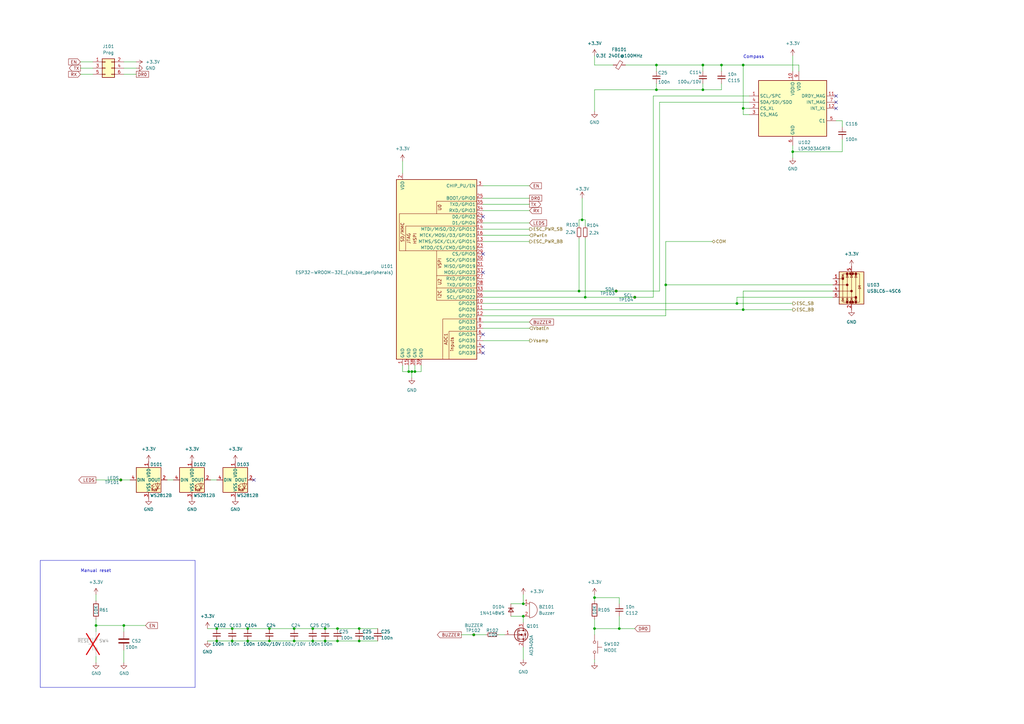
<source format=kicad_sch>
(kicad_sch (version 20241209) (generator "eeschema") (generator_version "9.0")
  (paper "A3")
  (lib_symbols
    (symbol "Airsupplies:ESP32-WROOM-32E_(visible_peripherals)"
      (property "Reference" "U" (at -12.7 40.64 0))
      (property "Value" "ESP32-WROOM-32E_(visible_peripherals)" (at -12.7 38.1 0))
      (symbol "ESP32-WROOM-32E_(visible_peripherals)_0_0"
        (text "SD/MMC" (at -13.97 15.24 900) (effects (font (size 1.27 1.27))))
        (text "inputs" (at 6.35 -33.655 900) (effects (font (size 1.27 1.27)) (justify left)))
        (pin no_connect line (at -19.05 3.81 0) (length 2.54) (hide yes) (name "NC") (number "17"))
        (pin no_connect line (at -19.05 1.27 0) (length 2.54) (hide yes) (name "NC") (number "18"))
        (pin no_connect line (at -19.05 -1.27 0) (length 2.54) (hide yes) (name "NC") (number "19"))
        (pin no_connect line (at -19.05 -3.81 0) (length 2.54) (hide yes) (name "NC") (number "20"))
        (pin no_connect line (at -19.05 -6.35 0) (length 2.54) (hide yes) (name "NC") (number "21"))
        (pin no_connect line (at -19.05 -8.89 0) (length 2.54) (hide yes) (name "NC") (number "22"))
        (pin power_in line (at -13.97 39.37 270) (length 2.54) (name "VDD") (number "2"))
        (pin power_in line (at -13.97 -39.37 90) (length 2.54) (name "GND") (number "1"))
        (pin input line (at 19.05 34.29 180) (length 2.54) (name "CHIP_PU/EN") (number "3"))
        (pin bidirectional line (at 19.05 29.21 180) (length 2.54) (name "BOOT/GPIO0") (number "25"))
        (pin bidirectional line (at 19.05 26.67 180) (length 2.54) (name "TXD/GPIO1") (number "35"))
        (pin bidirectional line (at 19.05 24.13 180) (length 2.54) (name "RXD/GPIO3") (number "34"))
        (pin bidirectional line (at 19.05 21.59 180) (length 2.54) (name "D0/GPIO2") (number "24"))
        (pin bidirectional line (at 19.05 19.05 180) (length 2.54) (name "D1/GPIO4") (number "26"))
        (pin bidirectional line (at 19.05 16.51 180) (length 2.54) (name "MTDI/MISO/D2/GPIO12") (number "14"))
        (pin bidirectional line (at 19.05 13.97 180) (length 2.54) (name "MTCK/MOSI/D3/GPIO13") (number "16"))
        (pin bidirectional line (at 19.05 11.43 180) (length 2.54) (name "MTMS/SCK/CLK/GPIO14") (number "13"))
        (pin bidirectional line (at 19.05 8.89 180) (length 2.54) (name "MTDO/CS/CMD/GPIO15") (number "23"))
        (pin bidirectional line (at 19.05 6.35 180) (length 2.54) (name "CS/GPIO5") (number "29"))
        (pin bidirectional line (at 19.05 3.81 180) (length 2.54) (name "SCK/GPIO18") (number "30"))
        (pin bidirectional line (at 19.05 1.27 180) (length 2.54) (name "MISO/GPIO19") (number "31"))
        (pin bidirectional line (at 19.05 -1.27 180) (length 2.54) (name "MOSI/GPIO23") (number "37"))
        (pin bidirectional line (at 19.05 -3.81 180) (length 2.54) (name "RXD/GPIO16") (number "27"))
        (pin bidirectional line (at 19.05 -6.35 180) (length 2.54) (name "TXD/GPIO17") (number "28"))
        (pin bidirectional line (at 19.05 -8.89 180) (length 2.54) (name "SDA/GPIO21") (number "33"))
        (pin bidirectional line (at 19.05 -11.43 180) (length 2.54) (name "SCL/GPIO22") (number "36"))
        (pin bidirectional line (at 19.05 -13.97 180) (length 2.54) (name "GPIO25") (number "10"))
        (pin bidirectional line (at 19.05 -16.51 180) (length 2.54) (name "GPIO26") (number "11"))
        (pin bidirectional line (at 19.05 -19.05 180) (length 2.54) (name "GPIO27") (number "12"))
        (pin bidirectional line (at 19.05 -21.59 180) (length 2.54) (name "GPIO32") (number "8"))
        (pin bidirectional line (at 19.05 -24.13 180) (length 2.54) (name "GPIO33") (number "9"))
        (pin input line (at 19.05 -26.67 180) (length 2.54) (name "GPIO34") (number "6"))
        (pin input line (at 19.05 -29.21 180) (length 2.54) (name "GPIO35") (number "7"))
        (pin input line (at 19.05 -31.75 180) (length 2.54) (name "GPIO36") (number "4"))
        (pin input line (at 19.05 -34.29 180) (length 2.54) (name "GPIO39") (number "5"))
      )
      (symbol "ESP32-WROOM-32E_(visible_peripherals)_0_1"
        (rectangle (start -16.51 36.83) (end 16.51 -36.83) (stroke (width 0.254)) (fill (type background)))
        (polyline (pts (xy 16.51 27.94) (xy 0 27.94) (xy 0 22.86)))
        (polyline (pts (xy 16.51 22.86) (xy -15.24 22.86) (xy -15.24 7.62) (xy 16.51 7.62)))
        (polyline (pts (xy 16.51 17.78) (xy -12.7 17.78) (xy -12.7 7.62)))
        (polyline (pts (xy 16.51 -2.54) (xy 0 -2.54)))
        (polyline (pts (xy 16.51 -7.62) (xy 0 -7.62)))
        (polyline (pts (xy 16.51 -12.7) (xy 0 -12.7) (xy 0 7.62)))
        (polyline (pts (xy 16.51 -20.32) (xy 2.54 -20.32) (xy 2.54 -36.83)))
        (polyline (pts (xy 16.51 -25.4) (xy 5.08 -25.4) (xy 5.08 -36.83)))
      )
      (symbol "ESP32-WROOM-32E_(visible_peripherals)_1_1"
        (text "JTAG" (at -11.43 12.7 900) (effects (font (size 1.27 1.27))))
        (text "HSPI" (at -8.89 12.7 900) (effects (font (size 1.27 1.27))))
        (text "U0" (at 1.27 25.4 900) (effects (font (size 1.27 1.27))))
        (text "VSPI" (at 1.27 2.54 900) (effects (font (size 1.27 1.27))))
        (text "U2" (at 1.27 -5.08 900) (effects (font (size 1.27 1.27))))
        (text "I2C" (at 1.27 -10.16 900) (effects (font (size 1.27 1.27))))
        (text "ADC1" (at 3.81 -28.575 900) (effects (font (size 1.27 1.27))))
        (pin no_connect line (at -19.05 -11.43 0) (length 2.54) (hide yes) (name "NC") (number "32"))
        (pin power_in line (at -11.43 -39.37 90) (length 2.54) (name "GND") (number "15"))
        (pin power_in line (at -8.89 -39.37 90) (length 2.54) (name "GND") (number "38"))
        (pin power_in line (at -6.35 -39.37 90) (length 2.54) (name "GND") (number "39"))
      )
    )
    (symbol "Connector:TestPoint_Small" (pin_numbers (hide yes)) (pin_names (offset 0.762) (hide yes))
      (property "Reference" "TP" (at 0 3.81 0))
      (property "Value" "TestPoint_Small" (at 0 2.032 0))
      (symbol "TestPoint_Small_0_1"
        (circle (center 0 0) (radius 0.508))
      )
      (symbol "TestPoint_Small_1_1"
        (pin passive line (at 0 0 90) (length 0) (name "1") (number "1"))
      )
    )
    (symbol "Connector_Generic:Conn_02x03_Odd_Even" (pin_names (offset 1.016) (hide yes))
      (property "Reference" "J" (at 1.27 5.08 0))
      (property "Value" "Conn_02x03_Odd_Even" (at 1.27 -5.08 0))
      (symbol "Conn_02x03_Odd_Even_1_1"
        (rectangle (start -1.27 3.81) (end 3.81 -3.81) (stroke (width 0.254)) (fill (type background)))
        (rectangle (start -1.27 2.667) (end 0 2.413) (stroke (width 0.1524)))
        (rectangle (start -1.27 0.127) (end 0 -0.127) (stroke (width 0.1524)))
        (rectangle (start -1.27 -2.413) (end 0 -2.667) (stroke (width 0.1524)))
        (rectangle (start 3.81 2.667) (end 2.54 2.413) (stroke (width 0.1524)))
        (rectangle (start 3.81 0.127) (end 2.54 -0.127) (stroke (width 0.1524)))
        (rectangle (start 3.81 -2.413) (end 2.54 -2.667) (stroke (width 0.1524)))
        (pin passive line (at -5.08 2.54 0) (length 3.81) (name "Pin_1") (number "1"))
        (pin passive line (at -5.08 0 0) (length 3.81) (name "Pin_3") (number "3"))
        (pin passive line (at -5.08 -2.54 0) (length 3.81) (name "Pin_5") (number "5"))
        (pin passive line (at 7.62 2.54 180) (length 3.81) (name "Pin_2") (number "2"))
        (pin passive line (at 7.62 0 180) (length 3.81) (name "Pin_4") (number "4"))
        (pin passive line (at 7.62 -2.54 180) (length 3.81) (name "Pin_6") (number "6"))
      )
    )
    (symbol "Device:Buzzer" (pin_names (offset 0.0254) (hide yes))
      (property "Reference" "BZ" (at 3.81 1.27 0))
      (property "Value" "Buzzer" (at 3.81 -1.27 0))
      (symbol "Buzzer_0_1"
        (polyline (pts (xy -1.651 1.905) (xy -1.143 1.905)))
        (polyline (pts (xy -1.397 2.159) (xy -1.397 1.651)))
        (arc (start 0 3.175) (mid 3.1612 0) (end 0 -3.175))
        (polyline (pts (xy 0 3.175) (xy 0 -3.175)))
      )
      (symbol "Buzzer_1_1"
        (pin passive line (at -2.54 2.54 0) (length 2.54) (name "+") (number "1"))
        (pin passive line (at -2.54 -2.54 0) (length 2.54) (name "-") (number "2"))
      )
    )
    (symbol "Device:C" (pin_numbers (hide yes)) (pin_names (offset 0.254))
      (property "Reference" "C" (at 0.635 2.54 0))
      (property "Value" "C" (at 0.635 -2.54 0))
      (symbol "C_0_1"
        (polyline (pts (xy -2.032 0.762) (xy 2.032 0.762)) (stroke (width 0.508)))
        (polyline (pts (xy -2.032 -0.762) (xy 2.032 -0.762)) (stroke (width 0.508)))
      )
      (symbol "C_1_1"
        (pin passive line (at 0 3.81 270) (length 2.794) (name "~") (number "1"))
        (pin passive line (at 0 -3.81 90) (length 2.794) (name "~") (number "2"))
      )
    )
    (symbol "Device:C_Small" (pin_numbers (hide yes)) (pin_names (offset 0.254) (hide yes))
      (property "Reference" "C" (at 0.254 1.778 0))
      (property "Value" "C_Small" (at 0.254 -2.032 0))
      (symbol "C_Small_0_1"
        (polyline (pts (xy -1.524 0.508) (xy 1.524 0.508)) (stroke (width 0.3048)))
        (polyline (pts (xy -1.524 -0.508) (xy 1.524 -0.508)) (stroke (width 0.3302)))
      )
      (symbol "C_Small_1_1"
        (pin passive line (at 0 2.54 270) (length 2.032) (name "~") (number "1"))
        (pin passive line (at 0 -2.54 90) (length 2.032) (name "~") (number "2"))
      )
    )
    (symbol "Device:D_Small" (pin_numbers (hide yes)) (pin_names (offset 0.254) (hide yes))
      (property "Reference" "D" (at -1.27 2.032 0))
      (property "Value" "D_Small" (at -3.81 -2.032 0))
      (symbol "D_Small_0_1"
        (polyline (pts (xy -0.762 0) (xy 0.762 0)))
        (polyline (pts (xy -0.762 -1.016) (xy -0.762 1.016)) (stroke (width 0.254)))
        (polyline (pts (xy 0.762 -1.016) (xy -0.762 0) (xy 0.762 1.016) (xy 0.762 -1.016)) (stroke (width 0.254)))
      )
      (symbol "D_Small_1_1"
        (pin passive line (at -2.54 0 0) (length 1.778) (name "K") (number "1"))
        (pin passive line (at 2.54 0 180) (length 1.778) (name "A") (number "2"))
      )
    )
    (symbol "Device:FerriteBead_Small" (pin_numbers (hide yes)) (pin_names (offset 0))
      (property "Reference" "FB" (at 1.905 1.27 0))
      (property "Value" "FerriteBead_Small" (at 1.905 -1.27 0))
      (symbol "FerriteBead_Small_0_1"
        (polyline (pts (xy -1.8288 0.2794) (xy -1.1176 1.4986) (xy 1.8288 -0.2032) (xy 1.1176 -1.4224) (xy -1.8288 0.2794)))
        (polyline (pts (xy 0 0.889) (xy 0 1.2954)))
        (polyline (pts (xy 0 -1.27) (xy 0 -0.7874)))
      )
      (symbol "FerriteBead_Small_1_1"
        (pin passive line (at 0 2.54 270) (length 1.27) (name "~") (number "1"))
        (pin passive line (at 0 -2.54 90) (length 1.27) (name "~") (number "2"))
      )
    )
    (symbol "Device:R" (pin_numbers (hide yes)) (pin_names (offset 0))
      (property "Reference" "R" (at 2.032 0 90))
      (property "Value" "R" (at 0 0 90))
      (symbol "R_0_1"
        (rectangle (start -1.016 -2.54) (end 1.016 2.54) (stroke (width 0.254)))
      )
      (symbol "R_1_1"
        (pin passive line (at 0 3.81 270) (length 1.27) (name "~") (number "1"))
        (pin passive line (at 0 -3.81 90) (length 1.27) (name "~") (number "2"))
      )
    )
    (symbol "Device:R_Small" (pin_numbers (hide yes)) (pin_names (offset 0.254) (hide yes))
      (property "Reference" "R" (at 0.762 0.508 0))
      (property "Value" "R_Small" (at 0.762 -1.016 0))
      (symbol "R_Small_0_1"
        (rectangle (start -0.762 1.778) (end 0.762 -1.778) (stroke (width 0.2032)))
      )
      (symbol "R_Small_1_1"
        (pin passive line (at 0 2.54 270) (length 0.762) (name "~") (number "1"))
        (pin passive line (at 0 -2.54 90) (length 0.762) (name "~") (number "2"))
      )
    )
    (symbol "LED:WS2812B" (pin_names (offset 0.254))
      (property "Reference" "D" (at 5.08 5.715 0))
      (property "Value" "WS2812B" (at 1.27 -5.715 0))
      (symbol "WS2812B_0_0"
        (text "RGB" (at 2.286 -4.191 0) (effects (font (size 0.762 0.762))))
      )
      (symbol "WS2812B_0_1"
        (polyline (pts (xy 1.27 -2.54) (xy 1.778 -2.54)))
        (polyline (pts (xy 1.27 -3.556) (xy 1.778 -3.556)))
        (polyline (pts (xy 2.286 -1.524) (xy 1.27 -2.54) (xy 1.27 -2.032)))
        (polyline (pts (xy 2.286 -2.54) (xy 1.27 -3.556) (xy 1.27 -3.048)))
        (polyline (pts (xy 3.683 -1.016) (xy 3.683 -3.556) (xy 3.683 -4.064)))
        (polyline (pts (xy 4.699 -1.524) (xy 2.667 -1.524) (xy 3.683 -3.556) (xy 4.699 -1.524)))
        (polyline (pts (xy 4.699 -3.556) (xy 2.667 -3.556)))
        (rectangle (start 5.08 5.08) (end -5.08 -5.08) (stroke (width 0.254)) (fill (type background)))
      )
      (symbol "WS2812B_1_1"
        (pin input line (at -7.62 0 0) (length 2.54) (name "DIN") (number "4"))
        (pin power_in line (at 0 7.62 270) (length 2.54) (name "VDD") (number "1"))
        (pin power_in line (at 0 -7.62 90) (length 2.54) (name "VSS") (number "3"))
        (pin output line (at 7.62 0 180) (length 2.54) (name "DOUT") (number "2"))
      )
    )
    (symbol "Power_Protection:USBLC6-4SC6" (pin_names (hide yes))
      (property "Reference" "U" (at 1.27 9.525 0))
      (property "Value" "USBLC6-4SC6" (at 1.27 6.985 0))
      (symbol "USBLC6-4SC6_0_0"
        (circle (center -3.556 2.54) (radius 0.0001) (stroke (width 0.508)))
        (circle (center -1.778 4.572) (radius 0.0001) (stroke (width 0.508)))
        (circle (center -1.778 0) (radius 0.0001) (stroke (width 0.508)))
        (circle (center -1.778 -7.112) (radius 0.0001) (stroke (width 0.508)))
        (circle (center -0.508 4.572) (radius 0.0001) (stroke (width 0.508)))
        (circle (center -0.508 -7.112) (radius 0.0001) (stroke (width 0.508)))
        (circle (center 0 -2.54) (radius 0.0001) (stroke (width 0.508)))
        (circle (center 0.508 4.572) (radius 0.0001) (stroke (width 0.508)))
        (circle (center 0.508 -7.112) (radius 0.0001) (stroke (width 0.508)))
        (circle (center 1.778 4.572) (radius 0.0001) (stroke (width 0.508)))
        (circle (center 1.778 -5.08) (radius 0.0001) (stroke (width 0.508)))
        (circle (center 1.778 -7.112) (radius 0.0001) (stroke (width 0.508)))
      )
      (symbol "USBLC6-4SC6_0_1"
        (polyline (pts (xy -5.08 2.54) (xy -3.556 2.54)))
        (polyline (pts (xy -5.08 0) (xy -1.778 0)))
        (polyline (pts (xy -5.08 -2.54) (xy 0 -2.54)))
        (polyline (pts (xy -5.08 -5.08) (xy 1.778 -5.08)))
        (polyline (pts (xy -4.064 3.048) (xy -3.048 3.048) (xy -3.556 4.064) (xy -4.064 3.048)))
        (polyline (pts (xy -4.064 -5.588) (xy -3.048 -5.588)))
        (polyline (pts (xy -3.048 4.064) (xy -4.064 4.064)))
        (polyline (pts (xy -3.048 -6.604) (xy -4.064 -6.604) (xy -3.556 -5.588) (xy -3.048 -6.604)))
        (polyline (pts (xy -2.286 4.064) (xy -1.27 4.064)))
        (polyline (pts (xy -2.286 -5.588) (xy -1.27 -5.588)))
        (polyline (pts (xy -1.27 3.048) (xy -2.286 3.048) (xy -1.778 4.064) (xy -1.27 3.048)))
        (polyline (pts (xy -1.27 -6.604) (xy -2.286 -6.604) (xy -1.778 -5.588) (xy -1.27 -6.604)))
        (polyline (pts (xy -0.508 3.048) (xy 0.508 3.048) (xy 0 4.064) (xy -0.508 3.048)))
        (polyline (pts (xy -0.508 -5.588) (xy 0.508 -5.588)))
        (polyline (pts (xy -0.508 -6.604) (xy 0.508 -6.604) (xy 0 -5.588) (xy -0.508 -6.604)))
        (polyline (pts (xy 0 5.08) (xy 0.508 4.572)))
        (polyline (pts (xy 0.508 4.064) (xy -0.508 4.064)))
        (polyline (pts (xy 0.508 -7.112) (xy -0.508 -7.112)))
        (polyline (pts (xy 1.27 4.064) (xy 2.286 4.064)))
        (polyline (pts (xy 1.27 -6.604) (xy 2.286 -6.604) (xy 1.778 -5.588) (xy 1.27 -6.604)))
        (polyline (pts (xy 1.778 4.572) (xy 3.302 4.572) (xy 3.302 -7.112) (xy 1.778 -7.112)))
        (polyline (pts (xy 2.286 3.048) (xy 1.27 3.048) (xy 1.778 4.064) (xy 2.286 3.048)))
        (polyline (pts (xy 2.286 -5.588) (xy 1.27 -5.588)))
        (polyline (pts (xy 2.794 -0.762) (xy 2.794 -0.381) (xy 3.81 -0.381)))
        (polyline (pts (xy 3.81 -1.524) (xy 2.794 -1.524) (xy 3.302 -0.508) (xy 3.81 -1.524)))
      )
      (symbol "USBLC6-4SC6_1_1"
        (rectangle (start -5.08 5.334) (end 5.08 -7.874) (stroke (width 0.254)) (fill (type background)))
        (polyline (pts (xy -1.778 4.572) (xy -3.556 4.572) (xy -3.556 -7.112) (xy -1.778 -7.112)))
        (polyline (pts (xy -0.508 4.572) (xy 1.778 4.572) (xy 1.778 -7.112) (xy 0.508 -7.112)))
        (polyline (pts (xy 0 -7.62) (xy -0.508 -7.112) (xy -1.778 -7.112) (xy -1.778 4.572) (xy -0.508 4.572)))
        (polyline (pts (xy 0.508 -7.112) (xy 0 -6.604) (xy 0 4.064) (xy -0.508 4.572)))
        (pin passive line (at -7.62 2.54 0) (length 2.54) (name "I/O1") (number "1"))
        (pin passive line (at -7.62 0 0) (length 2.54) (name "I/O2") (number "3"))
        (pin passive line (at -7.62 -2.54 0) (length 2.54) (name "I/O3") (number "4"))
        (pin passive line (at -7.62 -5.08 0) (length 2.54) (name "I/O4") (number "6"))
        (pin passive line (at 0 7.62 270) (length 2.54) (name "VBUS") (number "5"))
        (pin passive line (at 0 -10.16 90) (length 2.54) (name "GND") (number "2"))
      )
    )
    (symbol "Sensor_Motion:LSM303C"
      (property "Reference" "U" (at -11.43 15.24 0))
      (property "Value" "LSM303C" (at -5.08 13.97 0))
      (symbol "LSM303C_0_1"
        (rectangle (start 13.97 11.43) (end -13.97 -11.43) (stroke (width 0.254)) (fill (type background)))
      )
      (symbol "LSM303C_1_1"
        (pin input line (at -17.78 5.08 0) (length 3.81) (name "SCL/SPC") (number "1"))
        (pin bidirectional line (at -17.78 2.54 0) (length 3.81) (name "SDA/SDI/SDO") (number "4"))
        (pin input line (at -17.78 0 0) (length 3.81) (name "CS_XL") (number "2"))
        (pin input line (at -17.78 -2.54 0) (length 3.81) (name "CS_MAG") (number "3"))
        (pin power_in line (at 0 15.24 270) (length 3.81) (name "VDDIO") (number "10"))
        (pin power_in line (at 0 -15.24 90) (length 3.81) (name "GND") (number "6"))
        (pin passive line (at 0 -15.24 90) (length 3.81) (hide yes) (name "GND") (number "8"))
        (pin power_in line (at 2.54 15.24 270) (length 3.81) (name "VDD") (number "9"))
        (pin output line (at 17.78 5.08 180) (length 3.81) (name "DRDY_MAG") (number "11"))
        (pin output line (at 17.78 2.54 180) (length 3.81) (name "INT_MAG") (number "7"))
        (pin output line (at 17.78 0 180) (length 3.81) (name "INT_XL") (number "12"))
        (pin passive line (at 17.78 -5.08 180) (length 3.81) (name "C1") (number "5"))
      )
    )
    (symbol "Switch:SW_Push" (pin_numbers (hide yes)) (pin_names (offset 1.016) (hide yes))
      (property "Reference" "SW" (at 1.27 2.54 0))
      (property "Value" "SW_Push" (at 0 -1.524 0))
      (symbol "SW_Push_0_1"
        (circle (center -2.032 0) (radius 0.508))
        (polyline (pts (xy 0 1.27) (xy 0 3.048)))
        (circle (center 2.032 0) (radius 0.508))
        (polyline (pts (xy 2.54 1.27) (xy -2.54 1.27)))
        (pin passive line (at -5.08 0 0) (length 2.54) (name "1") (number "1"))
        (pin passive line (at 5.08 0 180) (length 2.54) (name "2") (number "2"))
      )
    )
    (symbol "Transistor_FET:2N7002" (pin_names (hide yes))
      (property "Reference" "Q" (at 5.08 1.905 0))
      (property "Value" "2N7002" (at 5.08 0 0))
      (symbol "2N7002_0_1"
        (polyline (pts (xy 0.254 1.905) (xy 0.254 -1.905)) (stroke (width 0.254)))
        (polyline (pts (xy 0.254 0) (xy -2.54 0)))
        (polyline (pts (xy 0.762 2.286) (xy 0.762 1.27)) (stroke (width 0.254)))
        (polyline (pts (xy 0.762 0.508) (xy 0.762 -0.508)) (stroke (width 0.254)))
        (polyline (pts (xy 0.762 -1.27) (xy 0.762 -2.286)) (stroke (width 0.254)))
        (polyline (pts (xy 0.762 -1.778) (xy 3.302 -1.778) (xy 3.302 1.778) (xy 0.762 1.778)))
        (polyline (pts (xy 1.016 0) (xy 2.032 0.381) (xy 2.032 -0.381) (xy 1.016 0)) (fill (type outline)))
        (circle (center 1.651 0) (radius 2.794) (stroke (width 0.254)))
        (polyline (pts (xy 2.54 2.54) (xy 2.54 1.778)))
        (circle (center 2.54 1.778) (radius 0.254) (fill (type outline)))
        (circle (center 2.54 -1.778) (radius 0.254) (fill (type outline)))
        (polyline (pts (xy 2.54 -2.54) (xy 2.54 0) (xy 0.762 0)))
        (polyline (pts (xy 2.794 0.508) (xy 2.921 0.381) (xy 3.683 0.381) (xy 3.81 0.254)))
        (polyline (pts (xy 3.302 0.381) (xy 2.921 -0.254) (xy 3.683 -0.254) (xy 3.302 0.381)))
      )
      (symbol "2N7002_1_1"
        (pin input line (at -5.08 0 0) (length 2.54) (name "G") (number "1"))
        (pin passive line (at 2.54 5.08 270) (length 2.54) (name "D") (number "3"))
        (pin passive line (at 2.54 -5.08 90) (length 2.54) (name "S") (number "2"))
      )
    )
    (symbol "power:+3.3V" (power) (pin_names (offset 0))
      (property "Value" "+3.3V" (at 0 3.556 0))
      (symbol "+3.3V_0_1"
        (polyline (pts (xy -0.762 1.27) (xy 0 2.54)))
        (polyline (pts (xy 0 2.54) (xy 0.762 1.27)))
        (polyline (pts (xy 0 0) (xy 0 2.54)))
      )
      (symbol "+3.3V_1_1"
        (pin power_in line (at 0 0 90) (length 0) (hide yes) (name "+3.3V") (number "1"))
      )
    )
    (symbol "power:+5V" (power) (pin_names (offset 0))
      (property "Value" "+5V" (at 0 3.556 0))
      (symbol "+5V_0_1"
        (polyline (pts (xy -0.762 1.27) (xy 0 2.54)))
        (polyline (pts (xy 0 2.54) (xy 0.762 1.27)))
        (polyline (pts (xy 0 0) (xy 0 2.54)))
      )
      (symbol "+5V_1_1"
        (pin power_in line (at 0 0 90) (length 0) (hide yes) (name "+5V") (number "1"))
      )
    )
    (symbol "power:GND" (power) (pin_names (offset 0))
      (property "Value" "GND" (at 0 -3.81 0))
      (symbol "GND_0_1"
        (polyline (pts (xy 0 0) (xy 0 -1.27) (xy 1.27 -1.27) (xy 0 -2.54) (xy -1.27 -1.27) (xy 0 -1.27)))
      )
      (symbol "GND_1_1"
        (pin power_in line (at 0 0 270) (length 0) (hide yes) (name "GND") (number "1"))
      )
    )
  )
  (text "Compass" (at 304.8 24.13 0) (effects (font (size 1.27 1.27)) (justify left bottom)))
  (text "Manual reset" (at 33.02 234.95 0) (effects (font (size 1.27 1.27)) (justify left bottom)))
  (junction (at 128.27 262.89))
  (junction (at 269.24 26.67))
  (junction (at 138.43 257.81))
  (junction (at 254 257.81))
  (junction (at 243.84 257.81))
  (junction (at 128.27 257.81))
  (junction (at 39.37 256.54))
  (junction (at 288.29 26.67))
  (junction (at 120.65 262.89))
  (junction (at 167.64 152.4))
  (junction (at 101.6 257.81))
  (junction (at 214.63 252.73))
  (junction (at 304.8 26.67))
  (junction (at 243.84 245.11))
  (junction (at 133.35 257.81))
  (junction (at 133.35 262.89))
  (junction (at 110.49 257.81))
  (junction (at 138.43 262.89))
  (junction (at 273.05 116.84))
  (junction (at 170.18 152.4))
  (junction (at 101.6 262.89))
  (junction (at 49.53 196.85))
  (junction (at 302.26 124.46))
  (junction (at 240.03 121.92))
  (junction (at 260.35 121.92))
  (junction (at 50.8 256.54))
  (junction (at 88.9 257.81))
  (junction (at 269.24 36.83))
  (junction (at 304.8 44.45))
  (junction (at 238.76 90.17))
  (junction (at 120.65 257.81))
  (junction (at 147.32 262.89))
  (junction (at 88.9 262.89))
  (junction (at 214.63 247.65))
  (junction (at 110.49 262.89))
  (junction (at 325.12 62.23))
  (junction (at 237.49 119.38))
  (junction (at 304.8 127))
  (junction (at 147.32 257.81))
  (junction (at 168.91 152.4))
  (junction (at 194.31 260.35))
  (junction (at 288.29 36.83))
  (junction (at 252.73 119.38))
  (junction (at 295.91 26.67))
  (junction (at 95.25 257.81))
  (junction (at 95.25 262.89))
  (no_connect (at 198.12 142.24))
  (no_connect (at 198.12 144.78))
  (no_connect (at 198.12 104.14))
  (no_connect (at 342.9 41.91))
  (no_connect (at 104.14 196.85))
  (no_connect (at 342.9 44.45))
  (no_connect (at 198.12 137.16))
  (no_connect (at 342.9 39.37))
  (no_connect (at 198.12 88.9))
  (no_connect (at 198.12 111.76))
  (wire (pts (xy 209.55 252.73) (xy 214.63 252.73)))
  (wire (pts (xy 295.91 26.67) (xy 304.8 26.67)))
  (wire (pts (xy 252.73 119.38) (xy 270.51 119.38)))
  (wire (pts (xy 88.9 257.81) (xy 95.25 257.81)))
  (wire (pts (xy 85.09 257.81) (xy 88.9 257.81)))
  (wire (pts (xy 240.03 121.92) (xy 260.35 121.92)))
  (wire (pts (xy 68.58 196.85) (xy 71.12 196.85)))
  (wire (pts (xy 256.54 26.67) (xy 269.24 26.67)))
  (wire (pts (xy 168.91 152.4) (xy 168.91 154.94)))
  (wire (pts (xy 243.84 257.81) (xy 254 257.81)))
  (wire (pts (xy 238.76 81.28) (xy 238.76 90.17)))
  (wire (pts (xy 39.37 196.85) (xy 49.53 196.85)))
  (wire (pts (xy 304.8 127) (xy 325.12 127)))
  (wire (pts (xy 120.65 262.89) (xy 128.27 262.89)))
  (wire (pts (xy 168.91 152.4) (xy 170.18 152.4)))
  (wire (pts (xy 304.8 46.99) (xy 307.34 46.99)))
  (polyline (pts (xy 16.51 229.87) (xy 80.01 229.87)))
  (wire (pts (xy 138.43 257.81) (xy 147.32 257.81)))
  (wire (pts (xy 288.29 26.67) (xy 288.29 29.21)))
  (wire (pts (xy 88.9 262.89) (xy 95.25 262.89)))
  (wire (pts (xy 214.63 270.51) (xy 214.63 265.43)))
  (wire (pts (xy 243.84 26.67) (xy 243.84 22.86)))
  (wire (pts (xy 194.31 260.35) (xy 199.39 260.35)))
  (wire (pts (xy 238.76 90.17) (xy 240.03 90.17)))
  (wire (pts (xy 304.8 119.38) (xy 304.8 127)))
  (wire (pts (xy 269.24 36.83) (xy 269.24 34.29)))
  (wire (pts (xy 55.88 30.48) (xy 50.8 30.48)))
  (wire (pts (xy 133.35 262.89) (xy 138.43 262.89)))
  (wire (pts (xy 214.63 252.73) (xy 214.63 255.27)))
  (wire (pts (xy 243.84 36.83) (xy 243.84 45.72)))
  (wire (pts (xy 325.12 62.23) (xy 325.12 59.69)))
  (wire (pts (xy 295.91 34.29) (xy 295.91 36.83)))
  (wire (pts (xy 198.12 96.52) (xy 217.17 96.52)))
  (wire (pts (xy 170.18 152.4) (xy 172.72 152.4)))
  (wire (pts (xy 243.84 245.11) (xy 254 245.11)))
  (wire (pts (xy 345.44 57.15) (xy 345.44 62.23)))
  (wire (pts (xy 243.84 245.11) (xy 243.84 246.38)))
  (wire (pts (xy 288.29 36.83) (xy 295.91 36.83)))
  (wire (pts (xy 39.37 254) (xy 39.37 256.54)))
  (wire (pts (xy 243.84 36.83) (xy 269.24 36.83)))
  (wire (pts (xy 33.02 25.4) (xy 38.1 25.4)))
  (wire (pts (xy 165.1 66.04) (xy 165.1 71.12)))
  (wire (pts (xy 198.12 81.28) (xy 217.17 81.28)))
  (wire (pts (xy 101.6 257.81) (xy 110.49 257.81)))
  (wire (pts (xy 39.37 256.54) (xy 50.8 256.54)))
  (wire (pts (xy 189.23 260.35) (xy 194.31 260.35)))
  (wire (pts (xy 342.9 49.53) (xy 345.44 49.53)))
  (wire (pts (xy 251.46 26.67) (xy 243.84 26.67)))
  (wire (pts (xy 345.44 49.53) (xy 345.44 52.07)))
  (wire (pts (xy 133.35 257.81) (xy 138.43 257.81)))
  (wire (pts (xy 95.25 262.89) (xy 101.6 262.89)))
  (wire (pts (xy 269.24 36.83) (xy 288.29 36.83)))
  (wire (pts (xy 345.44 62.23) (xy 325.12 62.23)))
  (wire (pts (xy 240.03 97.79) (xy 240.03 121.92)))
  (wire (pts (xy 288.29 34.29) (xy 288.29 36.83)))
  (wire (pts (xy 325.12 64.77) (xy 325.12 62.23)))
  (wire (pts (xy 217.17 99.06) (xy 198.12 99.06)))
  (wire (pts (xy 33.02 30.48) (xy 38.1 30.48)))
  (wire (pts (xy 273.05 99.06) (xy 273.05 116.84)))
  (wire (pts (xy 165.1 152.4) (xy 165.1 149.86)))
  (wire (pts (xy 198.12 129.54) (xy 273.05 129.54)))
  (wire (pts (xy 110.49 262.89) (xy 120.65 262.89)))
  (wire (pts (xy 128.27 257.81) (xy 133.35 257.81)))
  (wire (pts (xy 254 252.73) (xy 254 257.81)))
  (wire (pts (xy 198.12 134.62) (xy 217.17 134.62)))
  (wire (pts (xy 39.37 259.08) (xy 39.37 256.54)))
  (wire (pts (xy 198.12 119.38) (xy 237.49 119.38)))
  (wire (pts (xy 198.12 124.46) (xy 302.26 124.46)))
  (wire (pts (xy 302.26 124.46) (xy 325.12 124.46)))
  (wire (pts (xy 237.49 119.38) (xy 252.73 119.38)))
  (wire (pts (xy 243.84 254) (xy 243.84 257.81)))
  (wire (pts (xy 325.12 22.86) (xy 325.12 29.21)))
  (wire (pts (xy 50.8 256.54) (xy 50.8 259.08)))
  (wire (pts (xy 101.6 262.89) (xy 110.49 262.89)))
  (wire (pts (xy 269.24 26.67) (xy 288.29 26.67)))
  (wire (pts (xy 33.02 27.94) (xy 38.1 27.94)))
  (wire (pts (xy 214.63 243.84) (xy 214.63 247.65)))
  (wire (pts (xy 85.09 262.89) (xy 88.9 262.89)))
  (wire (pts (xy 170.18 152.4) (xy 170.18 149.86)))
  (wire (pts (xy 302.26 121.92) (xy 341.63 121.92)))
  (wire (pts (xy 267.97 39.37) (xy 307.34 39.37)))
  (wire (pts (xy 110.49 257.81) (xy 120.65 257.81)))
  (wire (pts (xy 128.27 262.89) (xy 133.35 262.89)))
  (wire (pts (xy 86.36 196.85) (xy 88.9 196.85)))
  (wire (pts (xy 209.55 247.65) (xy 214.63 247.65)))
  (wire (pts (xy 327.66 29.21) (xy 327.66 26.67)))
  (wire (pts (xy 273.05 129.54) (xy 273.05 116.84)))
  (wire (pts (xy 39.37 243.84) (xy 39.37 246.38)))
  (wire (pts (xy 147.32 262.89) (xy 154.94 262.89)))
  (polyline (pts (xy 80.01 281.94) (xy 16.51 281.94)))
  (wire (pts (xy 243.84 243.84) (xy 243.84 245.11)))
  (wire (pts (xy 49.53 196.85) (xy 53.34 196.85)))
  (wire (pts (xy 288.29 26.67) (xy 295.91 26.67)))
  (wire (pts (xy 302.26 121.92) (xy 302.26 124.46)))
  (wire (pts (xy 198.12 132.08) (xy 217.17 132.08)))
  (wire (pts (xy 270.51 119.38) (xy 270.51 41.91)))
  (wire (pts (xy 341.63 116.84) (xy 273.05 116.84)))
  (wire (pts (xy 243.84 270.51) (xy 243.84 271.78)))
  (wire (pts (xy 165.1 152.4) (xy 167.64 152.4)))
  (polyline (pts (xy 16.51 281.94) (xy 16.51 229.87)))
  (wire (pts (xy 167.64 152.4) (xy 168.91 152.4)))
  (wire (pts (xy 237.49 90.17) (xy 238.76 90.17)))
  (wire (pts (xy 269.24 26.67) (xy 269.24 29.21)))
  (wire (pts (xy 254 257.81) (xy 260.35 257.81)))
  (wire (pts (xy 240.03 90.17) (xy 240.03 92.71)))
  (wire (pts (xy 304.8 26.67) (xy 327.66 26.67)))
  (wire (pts (xy 237.49 90.17) (xy 237.49 92.71)))
  (wire (pts (xy 147.32 257.81) (xy 154.94 257.81)))
  (wire (pts (xy 50.8 266.7) (xy 50.8 271.78)))
  (wire (pts (xy 304.8 44.45) (xy 304.8 46.99)))
  (polyline (pts (xy 80.01 229.87) (xy 80.01 281.94)))
  (wire (pts (xy 198.12 91.44) (xy 217.17 91.44)))
  (wire (pts (xy 50.8 256.54) (xy 59.69 256.54)))
  (wire (pts (xy 295.91 26.67) (xy 295.91 29.21)))
  (wire (pts (xy 254 245.11) (xy 254 247.65)))
  (wire (pts (xy 304.8 119.38) (xy 341.63 119.38)))
  (wire (pts (xy 198.12 127) (xy 304.8 127)))
  (wire (pts (xy 55.88 27.94) (xy 50.8 27.94)))
  (wire (pts (xy 95.25 257.81) (xy 101.6 257.81)))
  (wire (pts (xy 270.51 41.91) (xy 307.34 41.91)))
  (wire (pts (xy 39.37 271.78) (xy 39.37 269.24)))
  (wire (pts (xy 217.17 86.36) (xy 198.12 86.36)))
  (wire (pts (xy 138.43 262.89) (xy 147.32 262.89)))
  (wire (pts (xy 237.49 97.79) (xy 237.49 119.38)))
  (wire (pts (xy 217.17 83.82) (xy 198.12 83.82)))
  (wire (pts (xy 217.17 76.2) (xy 198.12 76.2)))
  (wire (pts (xy 55.88 25.4) (xy 50.8 25.4)))
  (wire (pts (xy 217.17 93.98) (xy 198.12 93.98)))
  (wire (pts (xy 267.97 39.37) (xy 267.97 121.92)))
  (wire (pts (xy 172.72 149.86) (xy 172.72 152.4)))
  (wire (pts (xy 167.64 149.86) (xy 167.64 152.4)))
  (wire (pts (xy 198.12 121.92) (xy 240.03 121.92)))
  (wire (pts (xy 260.35 121.92) (xy 267.97 121.92)))
  (wire (pts (xy 120.65 257.81) (xy 128.27 257.81)))
  (wire (pts (xy 217.17 139.7) (xy 198.12 139.7)))
  (wire (pts (xy 204.47 260.35) (xy 207.01 260.35)))
  (wire (pts (xy 243.84 257.81) (xy 243.84 260.35)))
  (wire (pts (xy 307.34 44.45) (xy 304.8 44.45)))
  (wire (pts (xy 273.05 99.06) (xy 292.1 99.06)))
  (wire (pts (xy 304.8 26.67) (xy 304.8 44.45)))
  (global_label "BUZZER" (shape input) (at 217.17 132.08 0) (property "Intersheetrefs" "${INTERSHEET_REFS}" (effects (hide yes))))
  (global_label "TX" (shape output) (at 33.02 27.94 180) (property "Intersheetrefs" "${INTERSHEET_REFS}" (effects (hide yes))))
  (global_label "DR0" (shape input) (at 260.35 257.81 0) (property "Intersheetrefs" "${INTERSHEET_REFS}" (effects (hide yes))))
  (global_label "EN" (shape input) (at 59.69 256.54 0) (property "Intersheetrefs" "${INTERSHEET_REFS}" (effects (hide yes))))
  (global_label "BUZZER" (shape output) (at 189.23 260.35 180) (property "Intersheetrefs" "${INTERSHEET_REFS}" (effects (hide yes))))
  (global_label "TX" (shape output) (at 217.17 83.82 0) (property "Intersheetrefs" "${INTERSHEET_REFS}" (effects (hide yes))))
  (global_label "EN" (shape input) (at 217.17 76.2 0) (property "Intersheetrefs" "${INTERSHEET_REFS}" (effects (hide yes))))
  (global_label "RX" (shape input) (at 33.02 30.48 180) (property "Intersheetrefs" "${INTERSHEET_REFS}" (effects (hide yes))))
  (global_label "EN" (shape input) (at 33.02 25.4 180) (property "Intersheetrefs" "${INTERSHEET_REFS}" (effects (hide yes))))
  (global_label "LEDS" (shape output) (at 39.37 196.85 180) (property "Intersheetrefs" "${INTERSHEET_REFS}" (effects (hide yes))))
  (global_label "RX" (shape input) (at 217.17 86.36 0) (property "Intersheetrefs" "${INTERSHEET_REFS}" (effects (hide yes))))
  (global_label "DR0" (shape passive) (at 217.17 81.28 0) (property "Intersheetrefs" "${INTERSHEET_REFS}" (effects (hide yes))))
  (global_label "DR0" (shape passive) (at 55.88 30.48 0) (property "Intersheetrefs" "${INTERSHEET_REFS}" (effects (hide yes))))
  (global_label "LEDS" (shape input) (at 217.17 91.44 0) (property "Intersheetrefs" "${INTERSHEET_REFS}" (effects (hide yes))))
  (hierarchical_label "ESC_PWR_BB" (shape output) (at 217.17 99.06 0))
  (hierarchical_label "VbatEn" (shape input) (at 217.17 134.62 0))
  (hierarchical_label "COM" (shape bidirectional) (at 292.1 99.06 0))
  (hierarchical_label "Vsamp" (shape output) (at 217.17 139.7 0))
  (hierarchical_label "ESC_SB" (shape output) (at 325.12 124.46 0))
  (hierarchical_label "ESC_PWR_SB" (shape output) (at 217.17 93.98 0))
  (hierarchical_label "PwrEn" (shape input) (at 217.17 96.52 0))
  (hierarchical_label "ESC_BB" (shape output) (at 325.12 127 0))
  (symbol (lib_id "power:+3.3V") (at 39.37 243.84 0) (unit 1)
    (property "Reference" "#PWR0101" (effects (hide yes)))
    (property "Value" "+3.3V" (at 39.37 238.76 0))
  )
  (symbol (lib_id "Device:D_Small") (at 209.55 250.19 90) (mirror x) (unit 1)
    (property "Reference" "D104" (at 207.01 248.9199 90) (effects (justify left)))
    (property "Value" "1N4148WS" (at 207.01 251.4599 90) (effects (justify left)))
    (property "Footprint" "A_Device:D_SOD-323_1.8x1.4x1.15" (effects (hide yes)))
    (property "Sim.Device" "D" (effects (hide yes)))
    (property "Sim.Pins" "1=K 2=A" (effects (hide yes)))
    (property "LCSC" "C2128" (effects (hide yes)))
  )
  (symbol (lib_id "power:+3.3V") (at 243.84 22.86 0) (unit 1)
    (property "Reference" "#PWR0119" (effects (hide yes)))
    (property "Value" "+3.3V" (at 243.84 17.78 0))
  )
  (symbol (lib_id "power:+3.3V") (at 78.74 189.23 0) (unit 1)
    (property "Reference" "#PWR0108" (effects (hide yes)))
    (property "Value" "+3.3V" (at 78.74 184.15 0))
  )
  (symbol (lib_id "Device:C_Small") (at 345.44 54.61 0) (unit 1)
    (property "Reference" "C116" (at 346.71 50.8 0) (effects (justify left)))
    (property "Value" "100n" (at 346.71 57.15 0) (effects (justify left)))
    (property "Footprint" "A_Device:C_0603" (effects (hide yes)))
    (property "LCSC" "C14663" (effects (hide yes)))
  )
  (symbol (lib_id "Device:C_Small") (at 120.65 260.35 0) (unit 1)
    (property "Reference" "C106" (at 119.38 256.54 0) (effects (justify left)))
    (property "Value" "100u/10V" (at 115.57 264.16 0) (effects (justify left)))
    (property "Footprint" "Capacitor_SMD:C_1210_3225Metric" (effects (hide yes)))
    (property "LCSC" "C23742" (effects (hide yes)))
    (instances (project "NIKOLA-02-E-001_PCAScannerController_R1" (path "" (reference "C24") (unit 1))) (project "Robuoy-Sub" (path "" (reference "C106") (unit 1))))
  )
  (symbol (lib_id "power:GND") (at 39.37 271.78 0) (unit 1)
    (property "Reference" "#PWR0102" (effects (hide yes)))
    (property "Value" "GND" (at 39.497 276.1742 0))
    (instances (project "Smartbox4.0_V1.3" (path "" (reference "#PWR0123") (unit 1))) (project "Robuoy-Sub" (path "" (reference "#PWR0102") (unit 1))))
  )
  (symbol (lib_id "LED:WS2812B") (at 78.74 196.85 0) (unit 1)
    (property "Reference" "D102" (at 81.915 190.5 0))
    (property "Value" "WS2812B" (at 83.82 203.2 0))
    (property "Footprint" "LED_SMD:LED_WS2812B_PLCC4_5.0x5.0mm_P3.2mm" (effects (hide yes)))
    (property "Datasheet" "https://cdn-shop.adafruit.com/datasheets/WS2812B.pdf" (effects (hide yes)))
    (property "LCSC" "C2843785" (effects (hide yes)))
  )
  (symbol (lib_id "power:GND") (at 214.63 270.51 0) (mirror y) (unit 1)
    (property "Reference" "#PWR0117" (effects (hide yes)))
    (property "Value" "GND" (at 214.63 275.59 0))
  )
  (symbol (lib_id "Switch:SW_Push") (at 39.37 264.16 90) (unit 1) (in_bom no) (dnp yes)
    (property "Reference" "SW101" (at 40.5892 262.8392 90) (effects (justify right)))
    (property "Value" "~{RESET}" (at 31.75 262.89 90) (effects (justify right)))
    (property "Footprint" "Connector_PinHeader_2.54mm:PinHeader_1x02_P2.54mm_Vertical" (effects (hide yes)))
    (property "Farnell" "-" (effects (hide yes)))
    (instances (project "Smartbox4.0_V1.3" (path "" (reference "SW4") (unit 1))) (project "Robuoy-Sub" (path "" (reference "SW101") (unit 1))))
  )
  (symbol (lib_id "Sensor_Motion:LSM303C") (at 325.12 44.45 0) (unit 1)
    (property "Reference" "U102" (at 327.3141 58.42 0) (effects (justify left)))
    (property "Value" "LSM303AGRTR" (at 327.3141 60.96 0) (effects (justify left)))
    (property "Footprint" "Package_LGA:LGA-12_2x2mm_P0.5mm" (effects (hide yes)))
    (property "Datasheet" "www.st.com/resource/en/datasheet/lsm303c.pdf" (effects (hide yes)))
    (property "LCSC" "C126671" (effects (hide yes)))
  )
  (symbol (lib_id "Device:C_Small") (at 269.24 31.75 0) (unit 1)
    (property "Reference" "C113" (at 269.875 29.845 0) (effects (justify left)))
    (property "Value" "100n" (at 269.875 33.655 0) (effects (justify left)))
    (property "Footprint" "A_Device:C_0603" (effects (hide yes)))
    (property "LCSC" "C14663" (effects (hide yes)))
    (instances (project "NIKOLA-02-E-001_PCAScannerController_R1" (path "" (reference "C25") (unit 1))) (project "Robuoy-Sub" (path "" (reference "C113") (unit 1))))
  )
  (symbol (lib_id "Device:R_Small") (at 201.93 260.35 270) (unit 1)
    (property "Reference" "R102" (at 201.93 258.572 90))
    (property "Value" "100" (at 202.184 260.35 90))
    (property "Footprint" "A_Device:R_0603" (effects (hide yes)))
    (property "Description" "Resistor, small symbol" (effects (hide yes)))
    (property "LCSC" "C22775" (effects (hide yes)))
  )
  (symbol (lib_id "Device:Buzzer") (at 217.17 250.19 0) (unit 1)
    (property "Reference" "BZ101" (at 220.98 248.9199 0) (effects (justify left)))
    (property "Value" "Buzzer" (at 220.98 251.4599 0) (effects (justify left)))
    (property "Footprint" "A_Misc:Buzzer-12x6.5x5.2" (effects (hide yes)))
    (property "Description" "Buzzer, polarized" (effects (hide yes)))
    (property "LCSC" "C968749" (effects (hide yes)))
  )
  (symbol (lib_id "Device:R") (at 39.37 250.19 0) (unit 1)
    (property "Reference" "R101" (at 40.64 250.19 0) (effects (justify left)))
    (property "Value" "10K" (at 39.37 250.19 90))
    (property "Footprint" "A_Device:R_0603" (effects (hide yes)))
    (property "Farnell" "2331736" (effects (hide yes)))
    (property "MF" "TE CONNECTIVITY" (effects (hide yes)))
    (property "MFN" "CRGH0603F10K" (effects (hide yes)))
    (property "LCSC" "C25804" (effects (hide yes)))
    (instances (project "Smartbox4.0_V1.3" (path "" (reference "R61") (unit 1))) (project "Robuoy-Sub" (path "" (reference "R101") (unit 1))))
  )
  (symbol (lib_id "Device:R") (at 243.84 250.19 0) (unit 1)
    (property "Reference" "R105" (at 245.11 250.19 0) (effects (justify left)))
    (property "Value" "10K" (at 243.84 250.19 90))
    (property "Footprint" "A_Device:R_0603" (effects (hide yes)))
    (property "Farnell" "2331736" (effects (hide yes)))
    (property "MF" "TE CONNECTIVITY" (effects (hide yes)))
    (property "MFN" "CRGH0603F10K" (effects (hide yes)))
    (property "LCSC" "C25804" (effects (hide yes)))
  )
  (symbol (lib_id "LED:WS2812B") (at 96.52 196.85 0) (unit 1)
    (property "Reference" "D103" (at 99.695 190.5 0))
    (property "Value" "WS2812B" (at 101.6 203.2 0))
    (property "Footprint" "LED_SMD:LED_WS2812B_PLCC4_5.0x5.0mm_P3.2mm" (effects (hide yes)))
    (property "Datasheet" "https://cdn-shop.adafruit.com/datasheets/WS2812B.pdf" (effects (hide yes)))
    (property "LCSC" "C2843785" (effects (hide yes)))
  )
  (symbol (lib_id "Device:R_Small") (at 237.49 95.25 0) (mirror y) (unit 1)
    (property "Reference" "R103" (at 237.236 92.202 0) (effects (justify left)))
    (property "Value" "2.2k" (at 236.22 95.25 0) (effects (justify left)))
    (property "Footprint" "A_Device:R_0603" (effects (hide yes)))
    (property "LCSC" "C4190" (effects (hide yes)))
  )
  (symbol (lib_id "power:GND") (at 78.74 204.47 0) (unit 1)
    (property "Reference" "#PWR0109" (effects (hide yes)))
    (property "Value" "GND" (at 78.74 208.915 0))
  )
  (symbol (lib_id "Device:C_Small") (at 110.49 260.35 0) (unit 1)
    (property "Reference" "C105" (at 109.22 256.54 0) (effects (justify left)))
    (property "Value" "100u/10V" (at 105.41 264.16 0) (effects (justify left)))
    (property "Footprint" "Capacitor_SMD:C_1210_3225Metric" (effects (hide yes)))
    (property "LCSC" "C23742" (effects (hide yes)))
    (instances (project "NIKOLA-02-E-001_PCAScannerController_R1" (path "" (reference "C24") (unit 1))) (project "Robuoy-Sub" (path "" (reference "C105") (unit 1))))
  )
  (symbol (lib_id "Device:FerriteBead_Small") (at 254 26.67 90) (unit 1)
    (property "Reference" "FB101" (at 253.9619 20.32 90))
    (property "Value" "0.3E 240E@100MHz" (at 253.9619 22.86 90))
    (property "Footprint" "A_Device:L_0805_(1.2)" (effects (hide yes)))
    (property "Datasheet" "https://wmsc.lcsc.com/wmsc/upload/file/pdf/v2/lcsc/2201191230_Linekey-FBC2012-102Y_C2941558.pdf" (effects (hide yes)))
    (property "Description" "Ferrite bead, small symbol" (effects (hide yes)))
    (property "LCSC" "C2941558" (effects (hide yes)))
  )
  (symbol (lib_id "Device:R_Small") (at 240.03 95.25 0) (unit 1)
    (property "Reference" "R104" (at 240.538 92.456 0) (effects (justify left)))
    (property "Value" "2.2k" (at 241.554 95.504 0) (effects (justify left)))
    (property "Footprint" "A_Device:R_0603" (effects (hide yes)))
    (property "LCSC" "C4190" (effects (hide yes)))
  )
  (symbol (lib_id "Device:C_Small") (at 133.35 260.35 0) (unit 1)
    (property "Reference" "C108" (at 131.445 256.54 0) (effects (justify left)))
    (property "Value" "100n" (at 131.445 264.16 0) (effects (justify left)))
    (property "Footprint" "A_Device:C_0603" (effects (hide yes)))
    (property "LCSC" "C14663" (effects (hide yes)))
    (instances (project "NIKOLA-02-E-001_PCAScannerController_R1" (path "" (reference "C25") (unit 1))) (project "Robuoy-Sub" (path "" (reference "C108") (unit 1))))
  )
  (symbol (lib_id "Device:C_Small") (at 95.25 260.35 0) (unit 1)
    (property "Reference" "C103" (at 93.98 256.54 0) (effects (justify left)))
    (property "Value" "100n" (at 93.345 264.16 0) (effects (justify left)))
    (property "Footprint" "A_Device:C_0603" (effects (hide yes)))
    (property "LCSC" "C14663" (effects (hide yes)))
  )
  (symbol (lib_id "Device:C_Small") (at 288.29 31.75 0) (unit 1)
    (property "Reference" "C114" (at 282.702 29.718 0) (effects (justify left)))
    (property "Value" "100u/10V" (at 277.876 33.528 0) (effects (justify left)))
    (property "Footprint" "Capacitor_SMD:C_1210_3225Metric" (effects (hide yes)))
    (property "LCSC" "C23742" (effects (hide yes)))
  )
  (symbol (lib_id "LED:WS2812B") (at 60.96 196.85 0) (unit 1)
    (property "Reference" "D101" (at 64.135 190.5 0))
    (property "Value" "WS2812B" (at 66.04 203.2 0))
    (property "Footprint" "LED_SMD:LED_WS2812B_PLCC4_5.0x5.0mm_P3.2mm" (effects (hide yes)))
    (property "Datasheet" "https://cdn-shop.adafruit.com/datasheets/WS2812B.pdf" (effects (hide yes)))
    (property "LCSC" "C2843785" (effects (hide yes)))
  )
  (symbol (lib_id "power:+3.3V") (at 349.25 109.22 0) (mirror y) (unit 1)
    (property "Reference" "#PWR0125" (effects (hide yes)))
    (property "Value" "+3.3V" (at 349.25 104.14 0))
  )
  (symbol (lib_id "Device:C_Small") (at 101.6 260.35 0) (unit 1)
    (property "Reference" "C104" (at 100.33 256.54 0) (effects (justify left)))
    (property "Value" "100n" (at 99.695 264.16 0) (effects (justify left)))
    (property "Footprint" "A_Device:C_0603" (effects (hide yes)))
    (property "LCSC" "C14663" (effects (hide yes)))
  )
  (symbol (lib_id "Airsupplies:ESP32-WROOM-32E_(visible_peripherals)") (at 179.07 110.49 0) (unit 1)
    (property "Reference" "U101" (at 161.29 109.22 0) (effects (justify right)))
    (property "Value" "ESP32-WROOM-32E_(visible_peripherals)" (at 161.29 111.76 0) (effects (justify right)))
    (property "Footprint" "A_Module:ESP32-WROOM-32" (effects (hide yes)))
    (property "LCSC" "C82899" (effects (hide yes)))
  )
  (symbol (lib_id "Device:C_Small") (at 254 250.19 0) (mirror x) (unit 1)
    (property "Reference" "C112" (at 256.54 251.4537 0) (effects (justify left)))
    (property "Value" "10n" (at 256.54 248.9137 0) (effects (justify left)))
    (property "Footprint" "A_Device:C_0603" (effects (hide yes)))
    (property "LCSC" "C57112" (effects (hide yes)))
  )
  (symbol (lib_id "power:+3.3V") (at 85.09 257.81 0) (unit 1)
    (property "Reference" "#PWR0110" (effects (hide yes)))
    (property "Value" "+3.3V" (at 85.09 252.73 0))
  )
  (symbol (lib_id "power:GND") (at 349.25 127 0) (mirror y) (unit 1)
    (property "Reference" "#PWR0126" (effects (hide yes)))
    (property "Value" "GND" (at 349.25 132.08 0))
  )
  (symbol (lib_id "Device:C_Small") (at 295.91 31.75 0) (mirror x) (unit 1)
    (property "Reference" "C115" (at 298.45 33.0137 0) (effects (justify left)))
    (property "Value" "10n" (at 298.45 30.4737 0) (effects (justify left)))
    (property "Footprint" "A_Device:C_0603" (effects (hide yes)))
    (property "LCSC" "C57112" (effects (hide yes)))
  )
  (symbol (lib_id "power:GND") (at 243.84 271.78 0) (mirror y) (unit 1)
    (property "Reference" "#PWR0122" (effects (hide yes)))
    (property "Value" "GND" (effects (hide yes)))
  )
  (symbol (lib_id "power:GND") (at 243.84 45.72 0) (unit 1)
    (property "Reference" "#PWR0120" (effects (hide yes)))
    (property "Value" "GND" (at 243.84 50.165 0))
  )
  (symbol (lib_id "Device:C") (at 50.8 262.89 0) (unit 1)
    (property "Reference" "C101" (at 53.975 262.89 0) (effects (justify left)))
    (property "Value" "100n" (at 51.435 265.43 0) (effects (justify left)))
    (property "Footprint" "A_Device:C_0603" (effects (hide yes)))
    (property "LCSC" "C14663" (effects (hide yes)))
    (instances (project "Smartbox4.0_V1.3" (path "" (reference "C52") (unit 1))) (project "Robuoy-Sub" (path "" (reference "C101") (unit 1))))
  )
  (symbol (lib_id "Connector:TestPoint_Small") (at 49.53 196.85 0) (unit 1) (in_bom no)
    (property "Reference" "TP101" (at 42.926 197.866 0) (effects (justify left)))
    (property "Value" "LEDS" (at 43.942 196.088 0) (effects (justify left)))
    (property "Footprint" "A_Pads_Pins:Testpad_1" (effects (hide yes)))
    (property "Description" "test point" (effects (hide yes)))
  )
  (symbol (lib_id "Connector:TestPoint_Small") (at 194.31 260.35 0) (unit 1) (in_bom no)
    (property "Reference" "TP102" (at 191.008 258.572 0) (effects (justify left)))
    (property "Value" "BUZZER" (at 190.5 256.54 0) (effects (justify left)))
    (property "Footprint" "A_Pads_Pins:Testpad_1" (effects (hide yes)))
    (property "Description" "test point" (effects (hide yes)))
  )
  (symbol (lib_id "Switch:SW_Push") (at 243.84 265.43 270) (mirror x) (unit 1)
    (property "Reference" "SW102" (at 247.65 264.1599 90) (effects (justify left)))
    (property "Value" "MODE" (at 247.65 266.6999 90) (effects (justify left)))
    (property "Footprint" "Button_Switch_SMD:SW_SPST_TL3342" (effects (hide yes)))
    (property "Description" "Push button switch, generic, two pins" (effects (hide yes)))
    (property "LCSC" "C318884" (effects (hide yes)))
  )
  (symbol (lib_id "Device:C_Small") (at 147.32 260.35 0) (unit 1)
    (property "Reference" "C110" (at 148.59 259.08 0) (effects (justify left)))
    (property "Value" "100n" (at 148.59 261.62 0) (effects (justify left)))
    (property "Footprint" "A_Device:C_0603" (effects (hide yes)))
    (property "LCSC" "C14663" (effects (hide yes)))
    (instances (project "NIKOLA-02-E-001_PCAScannerController_R1" (path "" (reference "C25") (unit 1))) (project "Robuoy-Sub" (path "" (reference "C110") (unit 1))))
  )
  (symbol (lib_id "power:+5V") (at 214.63 243.84 0) (mirror y) (unit 1)
    (property "Reference" "#PWR0116" (effects (hide yes)))
    (property "Value" "+3.3V" (at 217.17 242.5699 0) (effects (justify right)))
  )
  (symbol (lib_id "power:GND") (at 168.91 154.94 0) (unit 1)
    (property "Reference" "#PWR0115" (effects (hide yes)))
    (property "Value" "GND" (at 168.91 160.02 0))
  )
  (symbol (lib_id "Transistor_FET:2N7002") (at 212.09 260.35 0) (unit 1)
    (property "Reference" "Q101" (at 215.9 256.794 0) (effects (justify left)))
    (property "Value" "AO3400A" (at 217.932 268.986 90) (effects (justify left)))
    (property "Footprint" "Package_TO_SOT_SMD:SOT-23" (effects (hide yes)))
    (property "Datasheet" "https://wmsc.lcsc.com/wmsc/upload/file/pdf/v2/lcsc/1811081213_Alpha---Omega-Semicon-AO3400A_C20917.pdf" (effects (hide yes)))
    (property "Description" "5.7A Id, 30V Vds, N-Channel MOSFET, SOT-23" (effects (hide yes)))
    (property "LCSC" "C20917" (effects (hide yes)))
  )
  (symbol (lib_id "Device:C_Small") (at 88.9 260.35 0) (unit 1)
    (property "Reference" "C102" (at 87.63 256.54 0) (effects (justify left)))
    (property "Value" "100n" (at 86.995 264.16 0) (effects (justify left)))
    (property "Footprint" "A_Device:C_0603" (effects (hide yes)))
    (property "LCSC" "C14663" (effects (hide yes)))
  )
  (symbol (lib_id "Device:C_Small") (at 154.94 260.35 0) (unit 1)
    (property "Reference" "C111" (at 156.21 259.08 0) (effects (justify left)))
    (property "Value" "100n" (at 156.21 261.62 0) (effects (justify left)))
    (property "Footprint" "A_Device:C_0603" (effects (hide yes)))
    (property "LCSC" "C14663" (effects (hide yes)))
    (instances (project "NIKOLA-02-E-001_PCAScannerController_R1" (path "" (reference "C25") (unit 1))) (project "Robuoy-Sub" (path "" (reference "C111") (unit 1))))
  )
  (symbol (lib_id "power:GND") (at 50.8 271.78 0) (unit 1)
    (property "Reference" "#PWR0103" (effects (hide yes)))
    (property "Value" "GND" (at 50.927 276.1742 0))
    (instances (project "Smartbox4.0_V1.3" (path "" (reference "#PWR0124") (unit 1))) (project "Robuoy-Sub" (path "" (reference "#PWR0103") (unit 1))))
  )
  (symbol (lib_id "power:+3.3V") (at 55.88 25.4 270) (unit 1)
    (property "Reference" "#PWR0104" (effects (hide yes)))
    (property "Value" "+3.3V" (at 59.69 25.3999 90) (effects (justify left)))
  )
  (symbol (lib_id "Device:C_Small") (at 128.27 260.35 0) (unit 1)
    (property "Reference" "C107" (at 127 256.54 0) (effects (justify left)))
    (property "Value" "100n" (at 126.365 264.16 0) (effects (justify left)))
    (property "Footprint" "A_Device:C_0603" (effects (hide yes)))
    (property "LCSC" "C14663" (effects (hide yes)))
    (instances (project "NIKOLA-02-E-001_PCAScannerController_R1" (path "" (reference "C25") (unit 1))) (project "Robuoy-Sub" (path "" (reference "C107") (unit 1))))
  )
  (symbol (lib_id "Device:C_Small") (at 138.43 260.35 0) (unit 1)
    (property "Reference" "C109" (at 139.065 259.08 0) (effects (justify left)))
    (property "Value" "100n" (at 139.7 261.62 0) (effects (justify left)))
    (property "Footprint" "A_Device:C_0603" (effects (hide yes)))
    (property "LCSC" "C14663" (effects (hide yes)))
    (instances (project "NIKOLA-02-E-001_PCAScannerController_R1" (path "" (reference "C25") (unit 1))) (project "Robuoy-Sub" (path "" (reference "C109") (unit 1))))
  )
  (symbol (lib_id "power:+3.3V") (at 60.96 189.23 0) (unit 1)
    (property "Reference" "#PWR0106" (effects (hide yes)))
    (property "Value" "+3.3V" (at 60.96 184.15 0))
  )
  (symbol (lib_id "Connector:TestPoint_Small") (at 252.73 119.38 0) (unit 1) (in_bom no)
    (property "Reference" "TP103" (at 246.126 120.396 0) (effects (justify left)))
    (property "Value" "SDA" (at 248.158 118.618 0) (effects (justify left)))
    (property "Footprint" "A_Pads_Pins:Testpad_1" (effects (hide yes)))
    (property "Description" "test point" (effects (hide yes)))
  )
  (symbol (lib_id "power:GND") (at 85.09 262.89 0) (unit 1)
    (property "Reference" "#PWR0111" (effects (hide yes)))
    (property "Value" "GND" (at 85.09 267.335 0))
  )
  (symbol (lib_id "Connector_Generic:Conn_02x03_Odd_Even") (at 43.18 27.94 0) (unit 1)
    (property "Reference" "J101" (at 44.45 19.05 0))
    (property "Value" "Prog" (at 44.45 21.59 0))
    (property "Footprint" "Connector_IDC:IDC-Header_2x03_P2.54mm_Vertical" (effects (hide yes)))
    (property "Description" "Generic connector, double row, 02x03, odd/even pin numbering scheme (row 1 odd numbers, row 2 even numbers), script generated (kicad-library-utils/schlib/autogen/connector/)" (effects (hide yes)))
  )
  (symbol (lib_id "power:GND") (at 325.12 64.77 0) (unit 1)
    (property "Reference" "#PWR0124" (effects (hide yes)))
    (property "Value" "GND" (at 325.12 69.215 0))
  )
  (symbol (lib_id "Connector:TestPoint_Small") (at 260.35 121.92 0) (unit 1) (in_bom no)
    (property "Reference" "TP104" (at 253.746 122.936 0) (effects (justify left)))
    (property "Value" "SCL" (at 255.778 121.158 0) (effects (justify left)))
    (property "Footprint" "A_Pads_Pins:Testpad_1" (effects (hide yes)))
    (property "Description" "test point" (effects (hide yes)))
  )
  (symbol (lib_id "Power_Protection:USBLC6-4SC6") (at 349.25 116.84 0) (unit 1)
    (property "Reference" "U103" (at 355.6 116.8399 0) (effects (justify left)))
    (property "Value" "USBLC6-4SC6" (at 355.6 119.3799 0) (effects (justify left)))
    (property "Footprint" "Package_TO_SOT_SMD:SOT-23-6" (effects (hide yes)))
    (property "Datasheet" "https://www.st.com/resource/en/datasheet/usblc6-4.pdf" (effects (hide yes)))
    (property "Description" "Very low capacitance ESD protection diode, 4 data-line, SOT-23-6" (effects (hide yes)))
    (property "LCSC" "C5197386" (effects (hide yes)))
  )
  (symbol (lib_id "power:GND") (at 60.96 204.47 0) (unit 1)
    (property "Reference" "#PWR0107" (effects (hide yes)))
    (property "Value" "GND" (at 60.96 208.915 0))
  )
  (symbol (lib_id "power:+3.3V") (at 96.52 189.23 0) (unit 1)
    (property "Reference" "#PWR0112" (effects (hide yes)))
    (property "Value" "+3.3V" (at 96.52 184.15 0))
  )
  (symbol (lib_id "power:+3.3V") (at 325.12 22.86 0) (unit 1)
    (property "Reference" "#PWR0123" (effects (hide yes)))
    (property "Value" "+3.3V" (at 325.12 17.78 0))
  )
  (symbol (lib_id "power:+3.3V") (at 243.84 243.84 0) (unit 1)
    (property "Reference" "#PWR0121" (effects (hide yes)))
    (property "Value" "+3.3V" (at 243.84 238.76 0))
  )
  (symbol (lib_id "power:+3.3V") (at 165.1 66.04 0) (unit 1)
    (property "Reference" "#PWR0114" (effects (hide yes)))
    (property "Value" "+3.3V" (at 165.1 60.96 0))
  )
  (symbol (lib_id "power:GND") (at 96.52 204.47 0) (unit 1)
    (property "Reference" "#PWR0113" (effects (hide yes)))
    (property "Value" "GND" (at 96.52 208.915 0))
  )
  (symbol (lib_id "power:+3.3V") (at 238.76 81.28 0) (unit 1)
    (property "Reference" "#PWR0118" (effects (hide yes)))
    (property "Value" "+3.3V" (at 238.76 77.47 0))
  )
  (symbol (lib_id "power:GND") (at 55.88 27.94 90) (unit 1)
    (property "Reference" "#PWR0105" (effects (hide yes)))
    (property "Value" "GND" (at 59.69 27.9399 90) (effects (justify right)))
  )
)
</source>
